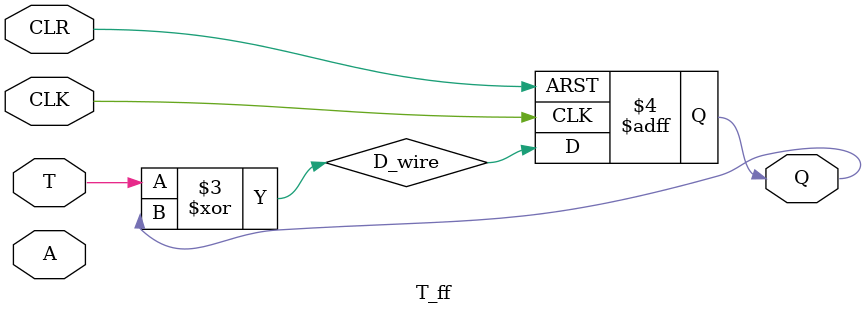
<source format=v>


module clock_tree_design(clk, a, t, clr_n, sel, mux_out);

input [5:0] clk;
input [1:0] sel;
input a, t, clr_n;


output reg [19:0]mux_out;
wire [4:0] SQ0;
wire [4:0] SQ1;
wire [4:0] SQ2;
wire [4:0] SQ3;
wire [4:0] SQ4;
wire [4:0] SQ5;
wire [4:0] SQ6;
wire [4:0] SQ7;
wire [4:0] SQ8;
wire [4:0] SQ9;
wire [4:0] SQ10;
wire [4:0] SQ11;
wire [4:0] SQ12;
wire [4:0] SQ13;
wire [4:0] SQ14;
wire [4:0] SQ15;


T_ff I0(.CLK(clk[0]), .CLR(clr_n), .T(t), .A(a), .Q(SQ0[0]));
T_ff I1(.CLK(clk[1]), .CLR(clr_n), .T(t), .A(a), .Q(SQ0[1]));
T_ff I2(.CLK(clk[2]), .CLR(clr_n), .T(t), .A(a), .Q(SQ0[2]));
T_ff I3(.CLK(clk[3]), .CLR(clr_n), .T(t), .A(a), .Q(SQ0[3]));
T_ff I4(.CLK(clk[4]), .CLR(clr_n), .T(t), .A(a), .Q(SQ0[4]));
T_ff I5(.CLK(clk[0]), .CLR(clr_n), .T(t), .A(a), .Q(SQ1[0]));
T_ff I6(.CLK(clk[1]), .CLR(clr_n), .T(t), .A(a), .Q(SQ1[1]));
T_ff I7(.CLK(clk[2]), .CLR(clr_n), .T(t), .A(a), .Q(SQ1[2]));
T_ff I8(.CLK(clk[3]), .CLR(clr_n), .T(t), .A(a), .Q(SQ1[3]));
T_ff I9(.CLK(clk[4]), .CLR(clr_n), .T(t), .A(a), .Q(SQ1[4]));
T_ff I10(.CLK(clk[0]), .CLR(clr_n), .T(t), .A(a), .Q(SQ2[0]));
T_ff I11(.CLK(clk[1]), .CLR(clr_n), .T(t), .A(a), .Q(SQ2[1]));
T_ff I12(.CLK(clk[2]), .CLR(clr_n), .T(t), .A(a), .Q(SQ2[2]));
T_ff I13(.CLK(clk[3]), .CLR(clr_n), .T(t), .A(a), .Q(SQ2[3]));
T_ff I14(.CLK(clk[4]), .CLR(clr_n), .T(t), .A(a), .Q(SQ2[4]));
T_ff I15(.CLK(clk[0]), .CLR(clr_n), .T(t), .A(a), .Q(SQ3[0]));
T_ff I16(.CLK(clk[1]), .CLR(clr_n), .T(t), .A(a), .Q(SQ3[1]));
T_ff I17(.CLK(clk[2]), .CLR(clr_n), .T(t), .A(a), .Q(SQ3[2]));
T_ff I18(.CLK(clk[3]), .CLR(clr_n), .T(t), .A(a), .Q(SQ3[3]));
T_ff I19(.CLK(clk[4]), .CLR(clr_n), .T(t), .A(a), .Q(SQ3[4]));
T_ff I20(.CLK(clk[0]), .CLR(clr_n), .T(t), .A(a), .Q(SQ4[0]));
T_ff I21(.CLK(clk[1]), .CLR(clr_n), .T(t), .A(a), .Q(SQ4[1]));
T_ff I22(.CLK(clk[2]), .CLR(clr_n), .T(t), .A(a), .Q(SQ4[2]));
T_ff I23(.CLK(clk[3]), .CLR(clr_n), .T(t), .A(a), .Q(SQ4[3]));
T_ff I24(.CLK(clk[4]), .CLR(clr_n), .T(t), .A(a), .Q(SQ4[4]));
T_ff I25(.CLK(clk[0]), .CLR(clr_n), .T(t), .A(a), .Q(SQ5[0]));
T_ff I26(.CLK(clk[1]), .CLR(clr_n), .T(t), .A(a), .Q(SQ5[1]));
T_ff I27(.CLK(clk[2]), .CLR(clr_n), .T(t), .A(a), .Q(SQ5[2]));
T_ff I28(.CLK(clk[3]), .CLR(clr_n), .T(t), .A(a), .Q(SQ5[3]));
T_ff I29(.CLK(clk[4]), .CLR(clr_n), .T(t), .A(a), .Q(SQ5[4]));
T_ff I30(.CLK(clk[0]), .CLR(clr_n), .T(t), .A(a), .Q(SQ6[0]));
T_ff I31(.CLK(clk[1]), .CLR(clr_n), .T(t), .A(a), .Q(SQ6[1]));
T_ff I32(.CLK(clk[2]), .CLR(clr_n), .T(t), .A(a), .Q(SQ6[2]));
T_ff I33(.CLK(clk[3]), .CLR(clr_n), .T(t), .A(a), .Q(SQ6[3]));
T_ff I34(.CLK(clk[4]), .CLR(clr_n), .T(t), .A(a), .Q(SQ6[4]));
T_ff I35(.CLK(clk[0]), .CLR(clr_n), .T(t), .A(a), .Q(SQ7[0]));
T_ff I36(.CLK(clk[1]), .CLR(clr_n), .T(t), .A(a), .Q(SQ7[1]));
T_ff I37(.CLK(clk[2]), .CLR(clr_n), .T(t), .A(a), .Q(SQ7[2]));
T_ff I38(.CLK(clk[3]), .CLR(clr_n), .T(t), .A(a), .Q(SQ7[3]));
T_ff I39(.CLK(clk[4]), .CLR(clr_n), .T(t), .A(a), .Q(SQ7[4]));
T_ff I40(.CLK(clk[0]), .CLR(clr_n), .T(t), .A(a), .Q(SQ8[0]));
T_ff I41(.CLK(clk[1]), .CLR(clr_n), .T(t), .A(a), .Q(SQ8[1]));
T_ff I42(.CLK(clk[2]), .CLR(clr_n), .T(t), .A(a), .Q(SQ8[2]));
T_ff I43(.CLK(clk[3]), .CLR(clr_n), .T(t), .A(a), .Q(SQ8[3]));
T_ff I44(.CLK(clk[4]), .CLR(clr_n), .T(t), .A(a), .Q(SQ8[4]));
T_ff I45(.CLK(clk[0]), .CLR(clr_n), .T(t), .A(a), .Q(SQ9[0]));
T_ff I46(.CLK(clk[1]), .CLR(clr_n), .T(t), .A(a), .Q(SQ9[1]));
T_ff I47(.CLK(clk[2]), .CLR(clr_n), .T(t), .A(a), .Q(SQ9[2]));
T_ff I48(.CLK(clk[3]), .CLR(clr_n), .T(t), .A(a), .Q(SQ9[3]));
T_ff I49(.CLK(clk[4]), .CLR(clr_n), .T(t), .A(a), .Q(SQ9[4]));
T_ff I50(.CLK(clk[0]), .CLR(clr_n), .T(t), .A(a), .Q(SQ10[0]));
T_ff I51(.CLK(clk[1]), .CLR(clr_n), .T(t), .A(a), .Q(SQ10[1]));
T_ff I52(.CLK(clk[2]), .CLR(clr_n), .T(t), .A(a), .Q(SQ10[2]));
T_ff I53(.CLK(clk[3]), .CLR(clr_n), .T(t), .A(a), .Q(SQ10[3]));
T_ff I54(.CLK(clk[4]), .CLR(clr_n), .T(t), .A(a), .Q(SQ10[4]));
T_ff I55(.CLK(clk[0]), .CLR(clr_n), .T(t), .A(a), .Q(SQ11[0]));
T_ff I56(.CLK(clk[1]), .CLR(clr_n), .T(t), .A(a), .Q(SQ11[1]));
T_ff I57(.CLK(clk[2]), .CLR(clr_n), .T(t), .A(a), .Q(SQ11[2]));
T_ff I58(.CLK(clk[3]), .CLR(clr_n), .T(t), .A(a), .Q(SQ11[3]));
T_ff I59(.CLK(clk[4]), .CLR(clr_n), .T(t), .A(a), .Q(SQ11[4]));
T_ff I60(.CLK(clk[0]), .CLR(clr_n), .T(t), .A(a), .Q(SQ12[0]));
T_ff I61(.CLK(clk[1]), .CLR(clr_n), .T(t), .A(a), .Q(SQ12[1]));
T_ff I62(.CLK(clk[2]), .CLR(clr_n), .T(t), .A(a), .Q(SQ12[2]));
T_ff I63(.CLK(clk[3]), .CLR(clr_n), .T(t), .A(a), .Q(SQ12[3]));
T_ff I64(.CLK(clk[4]), .CLR(clr_n), .T(t), .A(a), .Q(SQ12[4]));
T_ff I65(.CLK(clk[0]), .CLR(clr_n), .T(t), .A(a), .Q(SQ13[0]));
T_ff I66(.CLK(clk[1]), .CLR(clr_n), .T(t), .A(a), .Q(SQ13[1]));
T_ff I67(.CLK(clk[2]), .CLR(clr_n), .T(t), .A(a), .Q(SQ13[2]));
T_ff I68(.CLK(clk[3]), .CLR(clr_n), .T(t), .A(a), .Q(SQ13[3]));
T_ff I69(.CLK(clk[4]), .CLR(clr_n), .T(t), .A(a), .Q(SQ13[4]));
T_ff I70(.CLK(clk[0]), .CLR(clr_n), .T(t), .A(a), .Q(SQ14[0]));
T_ff I71(.CLK(clk[1]), .CLR(clr_n), .T(t), .A(a), .Q(SQ14[1]));
T_ff I72(.CLK(clk[2]), .CLR(clr_n), .T(t), .A(a), .Q(SQ14[2]));
T_ff I73(.CLK(clk[3]), .CLR(clr_n), .T(t), .A(a), .Q(SQ14[3]));
T_ff I74(.CLK(clk[4]), .CLR(clr_n), .T(t), .A(a), .Q(SQ14[4]));
T_ff I75(.CLK(clk[5]), .CLR(clr_n), .T(t), .A(a), .Q(SQ15[0]));
T_ff I76(.CLK(clk[5]), .CLR(clr_n), .T(t), .A(a), .Q(SQ15[1]));
T_ff I77(.CLK(clk[5]), .CLR(clr_n), .T(t), .A(a), .Q(SQ15[2]));
T_ff I78(.CLK(clk[5]), .CLR(clr_n), .T(t), .A(a), .Q(SQ15[3]));
T_ff I79(.CLK(clk[5]), .CLR(clr_n), .T(t), .A(a), .Q(SQ15[4]));

  always @ (SQ0[0] or SQ1[0] or SQ2[0] or SQ3[0] or sel) begin
      case (sel)
         2'b00 : mux_out[0] <= SQ0[0] ^ SQ1[0] ^ SQ2[0] ^ SQ3[0] ;
         2'b01 : mux_out[0] <= SQ0[0] & SQ1[0] & SQ2[0] & SQ3[0] ;
         2'b10 : mux_out[0] <= SQ0[0] | SQ1[0] |  SQ2[0] | SQ3[0] ;
         2'b11 : mux_out[0] <= 1'b0;
      endcase
   end

   always @ (SQ5[0] or SQ6[0] or SQ7[0] or SQ4[0] or sel) begin
      case (sel)
         2'b00 : mux_out[1] <= SQ5[0] ^ SQ6[0] ^ SQ7[0] ^ SQ4[0] ;
         2'b01 : mux_out[1] <= SQ5[0] & SQ6[0] & SQ7[0] & SQ4[0] ;
         2'b10 : mux_out[1] <= SQ5[0] | SQ6[0] |  SQ7[0] | SQ4[0] ;
         2'b11 : mux_out[1] <= 1'b0;
      endcase
   end

      always @ (SQ10[0] or SQ11[0] or SQ9[0] or SQ8[0] or sel) begin
      case (sel)
         2'b00 : mux_out[2] <= SQ10[0] ^ SQ11[0] ^ SQ9[0] ^ SQ8[0] ;
         2'b01 : mux_out[2] <= SQ10[0] & SQ11[0] & SQ9[0] & SQ8[0] ;
         2'b10 : mux_out[2] <= SQ10[0] | SQ11[0] |  SQ9[0] | SQ8[0] ;
         2'b11 : mux_out[2] <= 1'b0;
      endcase
   end

   always @ (SQ14[0] or SQ15[0] or SQ12[0] or SQ13[0] or sel) begin
      case (sel)
         2'b00 : mux_out[3] <= SQ14[0] ^ SQ15[0] ^ SQ12[0] ^ SQ13[0] ;
         2'b01 : mux_out[3] <= SQ14[0] & SQ15[0] & SQ12[0] & SQ13[0] ;
         2'b10 : mux_out[3] <= SQ14[0] | SQ15[0] |  SQ12[0] | SQ13[0] ;
         2'b11 : mux_out[3] <= 1'b0;
      endcase
   end

  always @ (SQ0[1] or SQ1[1] or SQ2[1] or SQ3[1] or sel) begin
      case (sel)
         2'b00 : mux_out[4] <= SQ0[1] ^ SQ1[1] ^ SQ2[1] ^ SQ3[1] ;
         2'b01 : mux_out[4] <= SQ0[1] & SQ1[1] & SQ2[1] & SQ3[1] ;
         2'b10 : mux_out[4] <= SQ0[1] | SQ1[1] |  SQ2[1] | SQ3[1] ;
         2'b11 : mux_out[4] <= 1'b0;
      endcase
   end

     always @ (SQ5[1] or SQ6[1] or SQ7[1] or SQ4[1] or sel) begin
      case (sel)
         2'b00 : mux_out[5] <= SQ5[1] ^ SQ6[1] ^ SQ7[1] ^ SQ4[1] ;
         2'b01 : mux_out[5] <= SQ5[1] & SQ6[1] & SQ7[1] & SQ4[1] ;
         2'b10 : mux_out[5] <= SQ5[1] | SQ6[1] |  SQ7[1] | SQ4[1] ;
         2'b11 : mux_out[5] <= 1'b0;
      endcase
   end

     always @ (SQ10[1] or SQ11[1] or SQ9[1] or SQ8[1] or sel) begin
      case (sel)
         2'b00 : mux_out[6] <= SQ10[1] ^ SQ11[1] ^ SQ9[1] ^ SQ8[1] ;
         2'b01 : mux_out[6] <= SQ10[1] & SQ11[1] & SQ9[1] & SQ8[1] ;
         2'b10 : mux_out[6] <= SQ10[1] | SQ11[1] |  SQ9[1] | SQ8[1] ;
         2'b11 : mux_out[6] <= 1'b0;
      endcase
   end

     always @ (SQ14[1] or SQ15[1] or SQ12[1] or SQ13[1] or sel) begin
      case (sel)
         2'b00 : mux_out[7] <= SQ14[1] ^ SQ15[1] ^ SQ12[1] ^ SQ13[1] ;
         2'b01 : mux_out[7] <= SQ14[1] & SQ15[1] & SQ12[1] & SQ13[1] ;
         2'b10 : mux_out[7] <= SQ14[1] | SQ15[1] |  SQ12[1] | SQ13[1] ;
         2'b11 : mux_out[7] <= 1'b0;
      endcase
   end


   always @ (SQ0[2] or SQ1[2] or SQ2[2] or SQ3[2] or sel) begin
      case (sel)
         2'b00 : mux_out[8] <= SQ0[2] ^ SQ1[2] ^ SQ2[2] ^ SQ3[2] ;
         2'b01 : mux_out[8] <= SQ0[2] & SQ1[2] & SQ2[2] & SQ3[2] ;
         2'b10 : mux_out[8] <= SQ0[2] | SQ1[2] |  SQ2[2] | SQ3[2] ;
         2'b11 : mux_out[8] <= 1'b0;
      endcase
   end

      always @ (SQ5[2] or SQ6[2] or SQ7[2] or SQ4[2] or sel) begin
      case (sel)
         2'b00 : mux_out[9] <= SQ5[2] ^ SQ6[2] ^ SQ7[2] ^ SQ4[2] ;
         2'b01 : mux_out[9] <= SQ5[2] & SQ6[2] & SQ7[2] & SQ4[2] ;
         2'b10 : mux_out[9] <= SQ5[2] | SQ6[2] |  SQ7[2] | SQ4[2] ;
         2'b11 : mux_out[9] <= 1'b0;
      endcase
   end

      always @ (SQ10[2] or SQ11[2] or SQ9[2] or SQ8[2] or sel) begin
      case (sel)
         2'b00 : mux_out[10] <= SQ10[2] ^ SQ11[2] ^ SQ9[2] ^ SQ8[2] ;
         2'b01 : mux_out[10] <= SQ10[2] & SQ11[2] & SQ9[2] & SQ8[2] ;
         2'b10 : mux_out[10] <= SQ10[2] | SQ11[2] |  SQ9[2] | SQ8[2] ;
         2'b11 : mux_out[10] <= 1'b0;
      endcase
   end

      always @ (SQ14[2] or SQ15[2] or SQ12[2] or SQ13[2] or sel) begin
      case (sel)
         2'b00 : mux_out[11] <= SQ14[2] ^ SQ15[2] ^ SQ12[2] ^ SQ13[2] ;
         2'b01 : mux_out[11] <= SQ14[2] & SQ15[2] & SQ12[2] & SQ13[2] ;
         2'b10 : mux_out[11] <= SQ14[2] | SQ15[2] |  SQ12[2] | SQ13[2] ;
         2'b11 : mux_out[11] <= 1'b0;
      endcase
   end

   always @ (SQ0[3] or SQ1[3] or SQ2[3] or SQ3[3] or sel) begin
      case (sel)
         2'b00 : mux_out[12] <= SQ0[3] ^ SQ1[3] ^ SQ2[3] ^ SQ3[3] ;
         2'b01 : mux_out[12] <= SQ0[3] & SQ1[3] & SQ2[3] & SQ3[3] ;
         2'b10 : mux_out[12] <= SQ0[3] | SQ1[3] |  SQ2[3] | SQ3[3] ;
         2'b11 : mux_out[12] <= 1'b0;
      endcase
   end

      always @ (SQ5[3] or SQ6[3] or SQ7[3] or SQ4[3] or sel) begin
      case (sel)
         2'b00 : mux_out[13] <= SQ5[3] ^ SQ6[3] ^ SQ7[3] ^ SQ4[3] ;
         2'b01 : mux_out[13] <= SQ5[3] & SQ6[3] & SQ7[3] & SQ4[3] ;
         2'b10 : mux_out[13] <= SQ5[3] | SQ6[3] |  SQ7[3] | SQ4[3] ;
         2'b11 : mux_out[13] <= 1'b0;
      endcase
   end

   always @ (SQ10[3] or SQ11[3] or SQ9[3] or SQ8[3] or sel) begin
      case (sel)
         2'b00 : mux_out[14] <= SQ10[3] ^ SQ11[3] ^ SQ9[3] ^ SQ8[3] ;
         2'b01 : mux_out[14] <= SQ10[3] & SQ11[3] & SQ9[3] & SQ8[3] ;
         2'b10 : mux_out[14] <= SQ10[3] | SQ11[3] |  SQ9[3] | SQ8[3] ;
         2'b11 : mux_out[14] <= 1'b0;
      endcase
   end

      always @ (SQ14[3] or SQ15[3] or SQ12[3] or SQ13[3] or sel) begin
      case (sel)
         2'b00 : mux_out[15] <= SQ14[3] ^ SQ15[3] ^ SQ12[3] ^ SQ13[3] ;
         2'b01 : mux_out[15] <= SQ14[3] & SQ15[3] & SQ12[3] & SQ13[3] ;
         2'b10 : mux_out[15] <= SQ14[3] | SQ15[3] |  SQ12[3] | SQ13[3] ;
         2'b11 : mux_out[15] <= 1'b0;
      endcase
   end

always @ (SQ0[4] or SQ1[4] or SQ2[4] or SQ3[4] or sel) begin
      case (sel)
         2'b00 : mux_out[16] <= SQ0[4] ^ SQ1[4] ^ SQ2[4] ^ SQ3[4] ;
         2'b01 : mux_out[16] <= SQ0[4] & SQ1[4] & SQ2[4] & SQ3[4] ;
         2'b10 : mux_out[16] <= SQ0[4] | SQ1[4] |  SQ2[4] | SQ3[4] ;
         2'b11 : mux_out[16] <= 1'b0;
      endcase
   end

     always @ (SQ5[4] or SQ6[4] or SQ7[4] or SQ4[4] or sel) begin
      case (sel)
         2'b00 : mux_out[17] <= SQ5[4] ^ SQ6[4] ^ SQ7[4] ^ SQ4[4] ;
         2'b01 : mux_out[17] <= SQ5[4] & SQ6[4] & SQ7[4] & SQ4[4] ;
         2'b10 : mux_out[17] <= SQ5[4] | SQ6[4] |  SQ7[4] | SQ4[4] ;
         2'b11 : mux_out[17] <= 1'b0;
      endcase
   end

     always @ (SQ10[4] or SQ11[4] or SQ9[4] or SQ8[4] or sel) begin
      case (sel)
         2'b00 : mux_out[18] <= SQ10[4] ^ SQ11[4] ^ SQ9[4] ^ SQ8[4] ;
         2'b01 : mux_out[18] <= SQ10[4] & SQ11[4] & SQ9[4] & SQ8[4] ;
         2'b10 : mux_out[18] <= SQ10[4] | SQ11[4] |  SQ9[4] | SQ8[4] ;
         2'b11 : mux_out[18] <= 1'b0;
      endcase
   end


     always @ (SQ14[4] or SQ15[4] or SQ12[4] or SQ13[4] or sel) begin
      case (sel)
         2'b00 : mux_out[19] <= SQ14[4] ^ SQ15[4] ^ SQ12[4] ^ SQ13[4] ;
         2'b01 : mux_out[19] <= SQ14[4] & SQ15[4] & SQ12[4] & SQ13[4] ;
         2'b10 : mux_out[19] <= SQ14[4] | SQ15[4] |  SQ12[4] | SQ13[4] ;
         2'b11 : mux_out[19] <= 1'b0;
      endcase
   end
endmodule

//-----------------------------------------------------
// Design Name : T_ff_async_reset
// File Name   : T_ff_async_reset.v
// Function    : T flip-flop async reset
//-----------------------------------------------------
module T_ff (
CLK    , // Clock Input
CLR , // Reset input 
Q,
A,
T         // Q output
) ;
//-----------Input Ports---------------
input  A, T, CLK, CLR ; 

//-----------Output Ports---------------
output Q;

//------------Internal Variables--------
wire D_wire;
reg Q;


//-------------Code Starts Here---------
always @ ( posedge CLK or negedge CLR)
if (~CLR) begin
  Q <= 1'b0;
end  else begin
  Q <= D_wire;
end

assign D_wire = T ^ Q;  
//assign D_wire = T ^ A;

endmodule //


</source>
